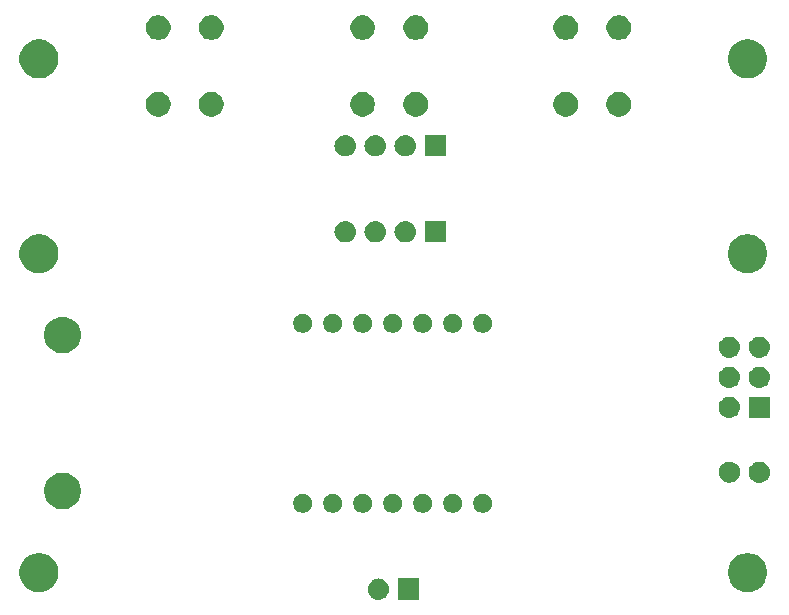
<source format=gbr>
G04 #@! TF.GenerationSoftware,KiCad,Pcbnew,(5.0.2)-1*
G04 #@! TF.CreationDate,2020-01-01T22:46:37+01:00*
G04 #@! TF.ProjectId,clock,636c6f63-6b2e-46b6-9963-61645f706362,rev?*
G04 #@! TF.SameCoordinates,Original*
G04 #@! TF.FileFunction,Soldermask,Bot*
G04 #@! TF.FilePolarity,Negative*
%FSLAX46Y46*%
G04 Gerber Fmt 4.6, Leading zero omitted, Abs format (unit mm)*
G04 Created by KiCad (PCBNEW (5.0.2)-1) date 01/01/2020 22:46:37*
%MOMM*%
%LPD*%
G01*
G04 APERTURE LIST*
%ADD10C,0.100000*%
G04 APERTURE END LIST*
D10*
G36*
X141186000Y-92301000D02*
X139384000Y-92301000D01*
X139384000Y-90499000D01*
X141186000Y-90499000D01*
X141186000Y-92301000D01*
X141186000Y-92301000D01*
G37*
G36*
X137855442Y-90505518D02*
X137921627Y-90512037D01*
X138034853Y-90546384D01*
X138091467Y-90563557D01*
X138230087Y-90637652D01*
X138247991Y-90647222D01*
X138283729Y-90676552D01*
X138385186Y-90759814D01*
X138468448Y-90861271D01*
X138497778Y-90897009D01*
X138497779Y-90897011D01*
X138581443Y-91053533D01*
X138581443Y-91053534D01*
X138632963Y-91223373D01*
X138650359Y-91400000D01*
X138632963Y-91576627D01*
X138610402Y-91651000D01*
X138581443Y-91746467D01*
X138507348Y-91885087D01*
X138497778Y-91902991D01*
X138468448Y-91938729D01*
X138385186Y-92040186D01*
X138283729Y-92123448D01*
X138247991Y-92152778D01*
X138247989Y-92152779D01*
X138091467Y-92236443D01*
X138034853Y-92253616D01*
X137921627Y-92287963D01*
X137855442Y-92294482D01*
X137789260Y-92301000D01*
X137700740Y-92301000D01*
X137634558Y-92294482D01*
X137568373Y-92287963D01*
X137455147Y-92253616D01*
X137398533Y-92236443D01*
X137242011Y-92152779D01*
X137242009Y-92152778D01*
X137206271Y-92123448D01*
X137104814Y-92040186D01*
X137021552Y-91938729D01*
X136992222Y-91902991D01*
X136982652Y-91885087D01*
X136908557Y-91746467D01*
X136879598Y-91651000D01*
X136857037Y-91576627D01*
X136839641Y-91400000D01*
X136857037Y-91223373D01*
X136908557Y-91053534D01*
X136908557Y-91053533D01*
X136992221Y-90897011D01*
X136992222Y-90897009D01*
X137021552Y-90861271D01*
X137104814Y-90759814D01*
X137206271Y-90676552D01*
X137242009Y-90647222D01*
X137259913Y-90637652D01*
X137398533Y-90563557D01*
X137455147Y-90546384D01*
X137568373Y-90512037D01*
X137634558Y-90505518D01*
X137700740Y-90499000D01*
X137789260Y-90499000D01*
X137855442Y-90505518D01*
X137855442Y-90505518D01*
G37*
G36*
X169375256Y-88391298D02*
X169481579Y-88412447D01*
X169782042Y-88536903D01*
X170048852Y-88715180D01*
X170052454Y-88717587D01*
X170282413Y-88947546D01*
X170282415Y-88947549D01*
X170463097Y-89217958D01*
X170587553Y-89518421D01*
X170651000Y-89837391D01*
X170651000Y-90162609D01*
X170587553Y-90481579D01*
X170518942Y-90647221D01*
X170463098Y-90782040D01*
X170282413Y-91052454D01*
X170052454Y-91282413D01*
X170052451Y-91282415D01*
X169782042Y-91463097D01*
X169481579Y-91587553D01*
X169375256Y-91608702D01*
X169162611Y-91651000D01*
X168837389Y-91651000D01*
X168624744Y-91608702D01*
X168518421Y-91587553D01*
X168217958Y-91463097D01*
X167947549Y-91282415D01*
X167947546Y-91282413D01*
X167717587Y-91052454D01*
X167536902Y-90782040D01*
X167481058Y-90647221D01*
X167412447Y-90481579D01*
X167349000Y-90162609D01*
X167349000Y-89837391D01*
X167412447Y-89518421D01*
X167536903Y-89217958D01*
X167717585Y-88947549D01*
X167717587Y-88947546D01*
X167947546Y-88717587D01*
X167951148Y-88715180D01*
X168217958Y-88536903D01*
X168518421Y-88412447D01*
X168624744Y-88391298D01*
X168837389Y-88349000D01*
X169162611Y-88349000D01*
X169375256Y-88391298D01*
X169375256Y-88391298D01*
G37*
G36*
X109375256Y-88391298D02*
X109481579Y-88412447D01*
X109782042Y-88536903D01*
X110048852Y-88715180D01*
X110052454Y-88717587D01*
X110282413Y-88947546D01*
X110282415Y-88947549D01*
X110463097Y-89217958D01*
X110587553Y-89518421D01*
X110651000Y-89837391D01*
X110651000Y-90162609D01*
X110587553Y-90481579D01*
X110518942Y-90647221D01*
X110463098Y-90782040D01*
X110282413Y-91052454D01*
X110052454Y-91282413D01*
X110052451Y-91282415D01*
X109782042Y-91463097D01*
X109481579Y-91587553D01*
X109375256Y-91608702D01*
X109162611Y-91651000D01*
X108837389Y-91651000D01*
X108624744Y-91608702D01*
X108518421Y-91587553D01*
X108217958Y-91463097D01*
X107947549Y-91282415D01*
X107947546Y-91282413D01*
X107717587Y-91052454D01*
X107536902Y-90782040D01*
X107481058Y-90647221D01*
X107412447Y-90481579D01*
X107349000Y-90162609D01*
X107349000Y-89837391D01*
X107412447Y-89518421D01*
X107536903Y-89217958D01*
X107717585Y-88947549D01*
X107717587Y-88947546D01*
X107947546Y-88717587D01*
X107951148Y-88715180D01*
X108217958Y-88536903D01*
X108518421Y-88412447D01*
X108624744Y-88391298D01*
X108837389Y-88349000D01*
X109162611Y-88349000D01*
X109375256Y-88391298D01*
X109375256Y-88391298D01*
G37*
G36*
X144282142Y-83338242D02*
X144430102Y-83399530D01*
X144563258Y-83488502D01*
X144676498Y-83601742D01*
X144765470Y-83734898D01*
X144826758Y-83882858D01*
X144858000Y-84039925D01*
X144858000Y-84200075D01*
X144826758Y-84357142D01*
X144765470Y-84505102D01*
X144676498Y-84638258D01*
X144563258Y-84751498D01*
X144430102Y-84840470D01*
X144282142Y-84901758D01*
X144125075Y-84933000D01*
X143964925Y-84933000D01*
X143807858Y-84901758D01*
X143659898Y-84840470D01*
X143526742Y-84751498D01*
X143413502Y-84638258D01*
X143324530Y-84505102D01*
X143263242Y-84357142D01*
X143232000Y-84200075D01*
X143232000Y-84039925D01*
X143263242Y-83882858D01*
X143324530Y-83734898D01*
X143413502Y-83601742D01*
X143526742Y-83488502D01*
X143659898Y-83399530D01*
X143807858Y-83338242D01*
X143964925Y-83307000D01*
X144125075Y-83307000D01*
X144282142Y-83338242D01*
X144282142Y-83338242D01*
G37*
G36*
X131582142Y-83338242D02*
X131730102Y-83399530D01*
X131863258Y-83488502D01*
X131976498Y-83601742D01*
X132065470Y-83734898D01*
X132126758Y-83882858D01*
X132158000Y-84039925D01*
X132158000Y-84200075D01*
X132126758Y-84357142D01*
X132065470Y-84505102D01*
X131976498Y-84638258D01*
X131863258Y-84751498D01*
X131730102Y-84840470D01*
X131582142Y-84901758D01*
X131425075Y-84933000D01*
X131264925Y-84933000D01*
X131107858Y-84901758D01*
X130959898Y-84840470D01*
X130826742Y-84751498D01*
X130713502Y-84638258D01*
X130624530Y-84505102D01*
X130563242Y-84357142D01*
X130532000Y-84200075D01*
X130532000Y-84039925D01*
X130563242Y-83882858D01*
X130624530Y-83734898D01*
X130713502Y-83601742D01*
X130826742Y-83488502D01*
X130959898Y-83399530D01*
X131107858Y-83338242D01*
X131264925Y-83307000D01*
X131425075Y-83307000D01*
X131582142Y-83338242D01*
X131582142Y-83338242D01*
G37*
G36*
X134122142Y-83338242D02*
X134270102Y-83399530D01*
X134403258Y-83488502D01*
X134516498Y-83601742D01*
X134605470Y-83734898D01*
X134666758Y-83882858D01*
X134698000Y-84039925D01*
X134698000Y-84200075D01*
X134666758Y-84357142D01*
X134605470Y-84505102D01*
X134516498Y-84638258D01*
X134403258Y-84751498D01*
X134270102Y-84840470D01*
X134122142Y-84901758D01*
X133965075Y-84933000D01*
X133804925Y-84933000D01*
X133647858Y-84901758D01*
X133499898Y-84840470D01*
X133366742Y-84751498D01*
X133253502Y-84638258D01*
X133164530Y-84505102D01*
X133103242Y-84357142D01*
X133072000Y-84200075D01*
X133072000Y-84039925D01*
X133103242Y-83882858D01*
X133164530Y-83734898D01*
X133253502Y-83601742D01*
X133366742Y-83488502D01*
X133499898Y-83399530D01*
X133647858Y-83338242D01*
X133804925Y-83307000D01*
X133965075Y-83307000D01*
X134122142Y-83338242D01*
X134122142Y-83338242D01*
G37*
G36*
X136662142Y-83338242D02*
X136810102Y-83399530D01*
X136943258Y-83488502D01*
X137056498Y-83601742D01*
X137145470Y-83734898D01*
X137206758Y-83882858D01*
X137238000Y-84039925D01*
X137238000Y-84200075D01*
X137206758Y-84357142D01*
X137145470Y-84505102D01*
X137056498Y-84638258D01*
X136943258Y-84751498D01*
X136810102Y-84840470D01*
X136662142Y-84901758D01*
X136505075Y-84933000D01*
X136344925Y-84933000D01*
X136187858Y-84901758D01*
X136039898Y-84840470D01*
X135906742Y-84751498D01*
X135793502Y-84638258D01*
X135704530Y-84505102D01*
X135643242Y-84357142D01*
X135612000Y-84200075D01*
X135612000Y-84039925D01*
X135643242Y-83882858D01*
X135704530Y-83734898D01*
X135793502Y-83601742D01*
X135906742Y-83488502D01*
X136039898Y-83399530D01*
X136187858Y-83338242D01*
X136344925Y-83307000D01*
X136505075Y-83307000D01*
X136662142Y-83338242D01*
X136662142Y-83338242D01*
G37*
G36*
X139202142Y-83338242D02*
X139350102Y-83399530D01*
X139483258Y-83488502D01*
X139596498Y-83601742D01*
X139685470Y-83734898D01*
X139746758Y-83882858D01*
X139778000Y-84039925D01*
X139778000Y-84200075D01*
X139746758Y-84357142D01*
X139685470Y-84505102D01*
X139596498Y-84638258D01*
X139483258Y-84751498D01*
X139350102Y-84840470D01*
X139202142Y-84901758D01*
X139045075Y-84933000D01*
X138884925Y-84933000D01*
X138727858Y-84901758D01*
X138579898Y-84840470D01*
X138446742Y-84751498D01*
X138333502Y-84638258D01*
X138244530Y-84505102D01*
X138183242Y-84357142D01*
X138152000Y-84200075D01*
X138152000Y-84039925D01*
X138183242Y-83882858D01*
X138244530Y-83734898D01*
X138333502Y-83601742D01*
X138446742Y-83488502D01*
X138579898Y-83399530D01*
X138727858Y-83338242D01*
X138884925Y-83307000D01*
X139045075Y-83307000D01*
X139202142Y-83338242D01*
X139202142Y-83338242D01*
G37*
G36*
X141742142Y-83338242D02*
X141890102Y-83399530D01*
X142023258Y-83488502D01*
X142136498Y-83601742D01*
X142225470Y-83734898D01*
X142286758Y-83882858D01*
X142318000Y-84039925D01*
X142318000Y-84200075D01*
X142286758Y-84357142D01*
X142225470Y-84505102D01*
X142136498Y-84638258D01*
X142023258Y-84751498D01*
X141890102Y-84840470D01*
X141742142Y-84901758D01*
X141585075Y-84933000D01*
X141424925Y-84933000D01*
X141267858Y-84901758D01*
X141119898Y-84840470D01*
X140986742Y-84751498D01*
X140873502Y-84638258D01*
X140784530Y-84505102D01*
X140723242Y-84357142D01*
X140692000Y-84200075D01*
X140692000Y-84039925D01*
X140723242Y-83882858D01*
X140784530Y-83734898D01*
X140873502Y-83601742D01*
X140986742Y-83488502D01*
X141119898Y-83399530D01*
X141267858Y-83338242D01*
X141424925Y-83307000D01*
X141585075Y-83307000D01*
X141742142Y-83338242D01*
X141742142Y-83338242D01*
G37*
G36*
X146822142Y-83338242D02*
X146970102Y-83399530D01*
X147103258Y-83488502D01*
X147216498Y-83601742D01*
X147305470Y-83734898D01*
X147366758Y-83882858D01*
X147398000Y-84039925D01*
X147398000Y-84200075D01*
X147366758Y-84357142D01*
X147305470Y-84505102D01*
X147216498Y-84638258D01*
X147103258Y-84751498D01*
X146970102Y-84840470D01*
X146822142Y-84901758D01*
X146665075Y-84933000D01*
X146504925Y-84933000D01*
X146347858Y-84901758D01*
X146199898Y-84840470D01*
X146066742Y-84751498D01*
X145953502Y-84638258D01*
X145864530Y-84505102D01*
X145803242Y-84357142D01*
X145772000Y-84200075D01*
X145772000Y-84039925D01*
X145803242Y-83882858D01*
X145864530Y-83734898D01*
X145953502Y-83601742D01*
X146066742Y-83488502D01*
X146199898Y-83399530D01*
X146347858Y-83338242D01*
X146504925Y-83307000D01*
X146665075Y-83307000D01*
X146822142Y-83338242D01*
X146822142Y-83338242D01*
G37*
G36*
X111352527Y-81588736D02*
X111452410Y-81608604D01*
X111734674Y-81725521D01*
X111988705Y-81895259D01*
X112204741Y-82111295D01*
X112374479Y-82365326D01*
X112491396Y-82647590D01*
X112491396Y-82647591D01*
X112551000Y-82947238D01*
X112551000Y-83252762D01*
X112521806Y-83399529D01*
X112491396Y-83552410D01*
X112374479Y-83834674D01*
X112204741Y-84088705D01*
X111988705Y-84304741D01*
X111734674Y-84474479D01*
X111452410Y-84591396D01*
X111352527Y-84611264D01*
X111152762Y-84651000D01*
X110847238Y-84651000D01*
X110647473Y-84611264D01*
X110547590Y-84591396D01*
X110265326Y-84474479D01*
X110011295Y-84304741D01*
X109795259Y-84088705D01*
X109625521Y-83834674D01*
X109508604Y-83552410D01*
X109478194Y-83399529D01*
X109449000Y-83252762D01*
X109449000Y-82947238D01*
X109508604Y-82647591D01*
X109508604Y-82647590D01*
X109625521Y-82365326D01*
X109795259Y-82111295D01*
X110011295Y-81895259D01*
X110265326Y-81725521D01*
X110547590Y-81608604D01*
X110647473Y-81588736D01*
X110847238Y-81549000D01*
X111152762Y-81549000D01*
X111352527Y-81588736D01*
X111352527Y-81588736D01*
G37*
G36*
X170110443Y-80605519D02*
X170176627Y-80612037D01*
X170289853Y-80646384D01*
X170346467Y-80663557D01*
X170485087Y-80737652D01*
X170502991Y-80747222D01*
X170538729Y-80776552D01*
X170640186Y-80859814D01*
X170723448Y-80961271D01*
X170752778Y-80997009D01*
X170752779Y-80997011D01*
X170836443Y-81153533D01*
X170836443Y-81153534D01*
X170887963Y-81323373D01*
X170905359Y-81500000D01*
X170887963Y-81676627D01*
X170873131Y-81725521D01*
X170836443Y-81846467D01*
X170810361Y-81895262D01*
X170752778Y-82002991D01*
X170723448Y-82038729D01*
X170640186Y-82140186D01*
X170567480Y-82199853D01*
X170502991Y-82252778D01*
X170502989Y-82252779D01*
X170346467Y-82336443D01*
X170289853Y-82353616D01*
X170176627Y-82387963D01*
X170110442Y-82394482D01*
X170044260Y-82401000D01*
X169955740Y-82401000D01*
X169889558Y-82394482D01*
X169823373Y-82387963D01*
X169710147Y-82353616D01*
X169653533Y-82336443D01*
X169497011Y-82252779D01*
X169497009Y-82252778D01*
X169432520Y-82199853D01*
X169359814Y-82140186D01*
X169276552Y-82038729D01*
X169247222Y-82002991D01*
X169189639Y-81895262D01*
X169163557Y-81846467D01*
X169126869Y-81725521D01*
X169112037Y-81676627D01*
X169094641Y-81500000D01*
X169112037Y-81323373D01*
X169163557Y-81153534D01*
X169163557Y-81153533D01*
X169247221Y-80997011D01*
X169247222Y-80997009D01*
X169276552Y-80961271D01*
X169359814Y-80859814D01*
X169461271Y-80776552D01*
X169497009Y-80747222D01*
X169514913Y-80737652D01*
X169653533Y-80663557D01*
X169710147Y-80646384D01*
X169823373Y-80612037D01*
X169889557Y-80605519D01*
X169955740Y-80599000D01*
X170044260Y-80599000D01*
X170110443Y-80605519D01*
X170110443Y-80605519D01*
G37*
G36*
X167722812Y-80633624D02*
X167886784Y-80701544D01*
X168034354Y-80800147D01*
X168159853Y-80925646D01*
X168258456Y-81073216D01*
X168326376Y-81237188D01*
X168361000Y-81411259D01*
X168361000Y-81588741D01*
X168326376Y-81762812D01*
X168258456Y-81926784D01*
X168159853Y-82074354D01*
X168034354Y-82199853D01*
X167886784Y-82298456D01*
X167722812Y-82366376D01*
X167548741Y-82401000D01*
X167371259Y-82401000D01*
X167197188Y-82366376D01*
X167033216Y-82298456D01*
X166885646Y-82199853D01*
X166760147Y-82074354D01*
X166661544Y-81926784D01*
X166593624Y-81762812D01*
X166559000Y-81588741D01*
X166559000Y-81411259D01*
X166593624Y-81237188D01*
X166661544Y-81073216D01*
X166760147Y-80925646D01*
X166885646Y-80800147D01*
X167033216Y-80701544D01*
X167197188Y-80633624D01*
X167371259Y-80599000D01*
X167548741Y-80599000D01*
X167722812Y-80633624D01*
X167722812Y-80633624D01*
G37*
G36*
X167570442Y-75105518D02*
X167636627Y-75112037D01*
X167749853Y-75146384D01*
X167806467Y-75163557D01*
X167945087Y-75237652D01*
X167962991Y-75247222D01*
X167998729Y-75276552D01*
X168100186Y-75359814D01*
X168183448Y-75461271D01*
X168212778Y-75497009D01*
X168212779Y-75497011D01*
X168296443Y-75653533D01*
X168296443Y-75653534D01*
X168347963Y-75823373D01*
X168365359Y-76000000D01*
X168347963Y-76176627D01*
X168313616Y-76289853D01*
X168296443Y-76346467D01*
X168222348Y-76485087D01*
X168212778Y-76502991D01*
X168183448Y-76538729D01*
X168100186Y-76640186D01*
X167998729Y-76723448D01*
X167962991Y-76752778D01*
X167962989Y-76752779D01*
X167806467Y-76836443D01*
X167749853Y-76853616D01*
X167636627Y-76887963D01*
X167570442Y-76894482D01*
X167504260Y-76901000D01*
X167415740Y-76901000D01*
X167349558Y-76894482D01*
X167283373Y-76887963D01*
X167170147Y-76853616D01*
X167113533Y-76836443D01*
X166957011Y-76752779D01*
X166957009Y-76752778D01*
X166921271Y-76723448D01*
X166819814Y-76640186D01*
X166736552Y-76538729D01*
X166707222Y-76502991D01*
X166697652Y-76485087D01*
X166623557Y-76346467D01*
X166606384Y-76289853D01*
X166572037Y-76176627D01*
X166554641Y-76000000D01*
X166572037Y-75823373D01*
X166623557Y-75653534D01*
X166623557Y-75653533D01*
X166707221Y-75497011D01*
X166707222Y-75497009D01*
X166736552Y-75461271D01*
X166819814Y-75359814D01*
X166921271Y-75276552D01*
X166957009Y-75247222D01*
X166974913Y-75237652D01*
X167113533Y-75163557D01*
X167170147Y-75146384D01*
X167283373Y-75112037D01*
X167349558Y-75105518D01*
X167415740Y-75099000D01*
X167504260Y-75099000D01*
X167570442Y-75105518D01*
X167570442Y-75105518D01*
G37*
G36*
X170901000Y-76901000D02*
X169099000Y-76901000D01*
X169099000Y-75099000D01*
X170901000Y-75099000D01*
X170901000Y-76901000D01*
X170901000Y-76901000D01*
G37*
G36*
X167570443Y-72565519D02*
X167636627Y-72572037D01*
X167749853Y-72606384D01*
X167806467Y-72623557D01*
X167945087Y-72697652D01*
X167962991Y-72707222D01*
X167998729Y-72736552D01*
X168100186Y-72819814D01*
X168183448Y-72921271D01*
X168212778Y-72957009D01*
X168212779Y-72957011D01*
X168296443Y-73113533D01*
X168296443Y-73113534D01*
X168347963Y-73283373D01*
X168365359Y-73460000D01*
X168347963Y-73636627D01*
X168313616Y-73749853D01*
X168296443Y-73806467D01*
X168222348Y-73945087D01*
X168212778Y-73962991D01*
X168183448Y-73998729D01*
X168100186Y-74100186D01*
X167998729Y-74183448D01*
X167962991Y-74212778D01*
X167962989Y-74212779D01*
X167806467Y-74296443D01*
X167749853Y-74313616D01*
X167636627Y-74347963D01*
X167570442Y-74354482D01*
X167504260Y-74361000D01*
X167415740Y-74361000D01*
X167349558Y-74354482D01*
X167283373Y-74347963D01*
X167170147Y-74313616D01*
X167113533Y-74296443D01*
X166957011Y-74212779D01*
X166957009Y-74212778D01*
X166921271Y-74183448D01*
X166819814Y-74100186D01*
X166736552Y-73998729D01*
X166707222Y-73962991D01*
X166697652Y-73945087D01*
X166623557Y-73806467D01*
X166606384Y-73749853D01*
X166572037Y-73636627D01*
X166554641Y-73460000D01*
X166572037Y-73283373D01*
X166623557Y-73113534D01*
X166623557Y-73113533D01*
X166707221Y-72957011D01*
X166707222Y-72957009D01*
X166736552Y-72921271D01*
X166819814Y-72819814D01*
X166921271Y-72736552D01*
X166957009Y-72707222D01*
X166974913Y-72697652D01*
X167113533Y-72623557D01*
X167170147Y-72606384D01*
X167283373Y-72572037D01*
X167349557Y-72565519D01*
X167415740Y-72559000D01*
X167504260Y-72559000D01*
X167570443Y-72565519D01*
X167570443Y-72565519D01*
G37*
G36*
X170110443Y-72565519D02*
X170176627Y-72572037D01*
X170289853Y-72606384D01*
X170346467Y-72623557D01*
X170485087Y-72697652D01*
X170502991Y-72707222D01*
X170538729Y-72736552D01*
X170640186Y-72819814D01*
X170723448Y-72921271D01*
X170752778Y-72957009D01*
X170752779Y-72957011D01*
X170836443Y-73113533D01*
X170836443Y-73113534D01*
X170887963Y-73283373D01*
X170905359Y-73460000D01*
X170887963Y-73636627D01*
X170853616Y-73749853D01*
X170836443Y-73806467D01*
X170762348Y-73945087D01*
X170752778Y-73962991D01*
X170723448Y-73998729D01*
X170640186Y-74100186D01*
X170538729Y-74183448D01*
X170502991Y-74212778D01*
X170502989Y-74212779D01*
X170346467Y-74296443D01*
X170289853Y-74313616D01*
X170176627Y-74347963D01*
X170110442Y-74354482D01*
X170044260Y-74361000D01*
X169955740Y-74361000D01*
X169889558Y-74354482D01*
X169823373Y-74347963D01*
X169710147Y-74313616D01*
X169653533Y-74296443D01*
X169497011Y-74212779D01*
X169497009Y-74212778D01*
X169461271Y-74183448D01*
X169359814Y-74100186D01*
X169276552Y-73998729D01*
X169247222Y-73962991D01*
X169237652Y-73945087D01*
X169163557Y-73806467D01*
X169146384Y-73749853D01*
X169112037Y-73636627D01*
X169094641Y-73460000D01*
X169112037Y-73283373D01*
X169163557Y-73113534D01*
X169163557Y-73113533D01*
X169247221Y-72957011D01*
X169247222Y-72957009D01*
X169276552Y-72921271D01*
X169359814Y-72819814D01*
X169461271Y-72736552D01*
X169497009Y-72707222D01*
X169514913Y-72697652D01*
X169653533Y-72623557D01*
X169710147Y-72606384D01*
X169823373Y-72572037D01*
X169889557Y-72565519D01*
X169955740Y-72559000D01*
X170044260Y-72559000D01*
X170110443Y-72565519D01*
X170110443Y-72565519D01*
G37*
G36*
X167570442Y-70025518D02*
X167636627Y-70032037D01*
X167704948Y-70052762D01*
X167806467Y-70083557D01*
X167945087Y-70157652D01*
X167962991Y-70167222D01*
X167998729Y-70196552D01*
X168100186Y-70279814D01*
X168159762Y-70352409D01*
X168212778Y-70417009D01*
X168212779Y-70417011D01*
X168296443Y-70573533D01*
X168296443Y-70573534D01*
X168347963Y-70743373D01*
X168365359Y-70920000D01*
X168347963Y-71096627D01*
X168313616Y-71209853D01*
X168296443Y-71266467D01*
X168292160Y-71274479D01*
X168212778Y-71422991D01*
X168189791Y-71451000D01*
X168100186Y-71560186D01*
X167998729Y-71643448D01*
X167962991Y-71672778D01*
X167962989Y-71672779D01*
X167806467Y-71756443D01*
X167749853Y-71773616D01*
X167636627Y-71807963D01*
X167570443Y-71814481D01*
X167504260Y-71821000D01*
X167415740Y-71821000D01*
X167349557Y-71814481D01*
X167283373Y-71807963D01*
X167170147Y-71773616D01*
X167113533Y-71756443D01*
X166957011Y-71672779D01*
X166957009Y-71672778D01*
X166921271Y-71643448D01*
X166819814Y-71560186D01*
X166730209Y-71451000D01*
X166707222Y-71422991D01*
X166627840Y-71274479D01*
X166623557Y-71266467D01*
X166606384Y-71209853D01*
X166572037Y-71096627D01*
X166554641Y-70920000D01*
X166572037Y-70743373D01*
X166623557Y-70573534D01*
X166623557Y-70573533D01*
X166707221Y-70417011D01*
X166707222Y-70417009D01*
X166760238Y-70352409D01*
X166819814Y-70279814D01*
X166921271Y-70196552D01*
X166957009Y-70167222D01*
X166974913Y-70157652D01*
X167113533Y-70083557D01*
X167215052Y-70052762D01*
X167283373Y-70032037D01*
X167349558Y-70025518D01*
X167415740Y-70019000D01*
X167504260Y-70019000D01*
X167570442Y-70025518D01*
X167570442Y-70025518D01*
G37*
G36*
X170110442Y-70025518D02*
X170176627Y-70032037D01*
X170244948Y-70052762D01*
X170346467Y-70083557D01*
X170485087Y-70157652D01*
X170502991Y-70167222D01*
X170538729Y-70196552D01*
X170640186Y-70279814D01*
X170699762Y-70352409D01*
X170752778Y-70417009D01*
X170752779Y-70417011D01*
X170836443Y-70573533D01*
X170836443Y-70573534D01*
X170887963Y-70743373D01*
X170905359Y-70920000D01*
X170887963Y-71096627D01*
X170853616Y-71209853D01*
X170836443Y-71266467D01*
X170832160Y-71274479D01*
X170752778Y-71422991D01*
X170729791Y-71451000D01*
X170640186Y-71560186D01*
X170538729Y-71643448D01*
X170502991Y-71672778D01*
X170502989Y-71672779D01*
X170346467Y-71756443D01*
X170289853Y-71773616D01*
X170176627Y-71807963D01*
X170110443Y-71814481D01*
X170044260Y-71821000D01*
X169955740Y-71821000D01*
X169889557Y-71814481D01*
X169823373Y-71807963D01*
X169710147Y-71773616D01*
X169653533Y-71756443D01*
X169497011Y-71672779D01*
X169497009Y-71672778D01*
X169461271Y-71643448D01*
X169359814Y-71560186D01*
X169270209Y-71451000D01*
X169247222Y-71422991D01*
X169167840Y-71274479D01*
X169163557Y-71266467D01*
X169146384Y-71209853D01*
X169112037Y-71096627D01*
X169094641Y-70920000D01*
X169112037Y-70743373D01*
X169163557Y-70573534D01*
X169163557Y-70573533D01*
X169247221Y-70417011D01*
X169247222Y-70417009D01*
X169300238Y-70352409D01*
X169359814Y-70279814D01*
X169461271Y-70196552D01*
X169497009Y-70167222D01*
X169514913Y-70157652D01*
X169653533Y-70083557D01*
X169755052Y-70052762D01*
X169823373Y-70032037D01*
X169889558Y-70025518D01*
X169955740Y-70019000D01*
X170044260Y-70019000D01*
X170110442Y-70025518D01*
X170110442Y-70025518D01*
G37*
G36*
X111352527Y-68388736D02*
X111452410Y-68408604D01*
X111734674Y-68525521D01*
X111988705Y-68695259D01*
X112204741Y-68911295D01*
X112374479Y-69165326D01*
X112470962Y-69398258D01*
X112491396Y-69447591D01*
X112533997Y-69661757D01*
X112551000Y-69747240D01*
X112551000Y-70052760D01*
X112491396Y-70352410D01*
X112374479Y-70634674D01*
X112204741Y-70888705D01*
X111988705Y-71104741D01*
X111734674Y-71274479D01*
X111452410Y-71391396D01*
X111352527Y-71411264D01*
X111152762Y-71451000D01*
X110847238Y-71451000D01*
X110647473Y-71411264D01*
X110547590Y-71391396D01*
X110265326Y-71274479D01*
X110011295Y-71104741D01*
X109795259Y-70888705D01*
X109625521Y-70634674D01*
X109508604Y-70352410D01*
X109449000Y-70052760D01*
X109449000Y-69747240D01*
X109466004Y-69661757D01*
X109508604Y-69447591D01*
X109529038Y-69398258D01*
X109625521Y-69165326D01*
X109795259Y-68911295D01*
X110011295Y-68695259D01*
X110265326Y-68525521D01*
X110547590Y-68408604D01*
X110647473Y-68388736D01*
X110847238Y-68349000D01*
X111152762Y-68349000D01*
X111352527Y-68388736D01*
X111352527Y-68388736D01*
G37*
G36*
X131582142Y-68098242D02*
X131730102Y-68159530D01*
X131863258Y-68248502D01*
X131976498Y-68361742D01*
X132065470Y-68494898D01*
X132126758Y-68642858D01*
X132158000Y-68799925D01*
X132158000Y-68960075D01*
X132126758Y-69117142D01*
X132065470Y-69265102D01*
X131976498Y-69398258D01*
X131863258Y-69511498D01*
X131730102Y-69600470D01*
X131582142Y-69661758D01*
X131425075Y-69693000D01*
X131264925Y-69693000D01*
X131107858Y-69661758D01*
X130959898Y-69600470D01*
X130826742Y-69511498D01*
X130713502Y-69398258D01*
X130624530Y-69265102D01*
X130563242Y-69117142D01*
X130532000Y-68960075D01*
X130532000Y-68799925D01*
X130563242Y-68642858D01*
X130624530Y-68494898D01*
X130713502Y-68361742D01*
X130826742Y-68248502D01*
X130959898Y-68159530D01*
X131107858Y-68098242D01*
X131264925Y-68067000D01*
X131425075Y-68067000D01*
X131582142Y-68098242D01*
X131582142Y-68098242D01*
G37*
G36*
X134122142Y-68098242D02*
X134270102Y-68159530D01*
X134403258Y-68248502D01*
X134516498Y-68361742D01*
X134605470Y-68494898D01*
X134666758Y-68642858D01*
X134698000Y-68799925D01*
X134698000Y-68960075D01*
X134666758Y-69117142D01*
X134605470Y-69265102D01*
X134516498Y-69398258D01*
X134403258Y-69511498D01*
X134270102Y-69600470D01*
X134122142Y-69661758D01*
X133965075Y-69693000D01*
X133804925Y-69693000D01*
X133647858Y-69661758D01*
X133499898Y-69600470D01*
X133366742Y-69511498D01*
X133253502Y-69398258D01*
X133164530Y-69265102D01*
X133103242Y-69117142D01*
X133072000Y-68960075D01*
X133072000Y-68799925D01*
X133103242Y-68642858D01*
X133164530Y-68494898D01*
X133253502Y-68361742D01*
X133366742Y-68248502D01*
X133499898Y-68159530D01*
X133647858Y-68098242D01*
X133804925Y-68067000D01*
X133965075Y-68067000D01*
X134122142Y-68098242D01*
X134122142Y-68098242D01*
G37*
G36*
X146822142Y-68098242D02*
X146970102Y-68159530D01*
X147103258Y-68248502D01*
X147216498Y-68361742D01*
X147305470Y-68494898D01*
X147366758Y-68642858D01*
X147398000Y-68799925D01*
X147398000Y-68960075D01*
X147366758Y-69117142D01*
X147305470Y-69265102D01*
X147216498Y-69398258D01*
X147103258Y-69511498D01*
X146970102Y-69600470D01*
X146822142Y-69661758D01*
X146665075Y-69693000D01*
X146504925Y-69693000D01*
X146347858Y-69661758D01*
X146199898Y-69600470D01*
X146066742Y-69511498D01*
X145953502Y-69398258D01*
X145864530Y-69265102D01*
X145803242Y-69117142D01*
X145772000Y-68960075D01*
X145772000Y-68799925D01*
X145803242Y-68642858D01*
X145864530Y-68494898D01*
X145953502Y-68361742D01*
X146066742Y-68248502D01*
X146199898Y-68159530D01*
X146347858Y-68098242D01*
X146504925Y-68067000D01*
X146665075Y-68067000D01*
X146822142Y-68098242D01*
X146822142Y-68098242D01*
G37*
G36*
X141742142Y-68098242D02*
X141890102Y-68159530D01*
X142023258Y-68248502D01*
X142136498Y-68361742D01*
X142225470Y-68494898D01*
X142286758Y-68642858D01*
X142318000Y-68799925D01*
X142318000Y-68960075D01*
X142286758Y-69117142D01*
X142225470Y-69265102D01*
X142136498Y-69398258D01*
X142023258Y-69511498D01*
X141890102Y-69600470D01*
X141742142Y-69661758D01*
X141585075Y-69693000D01*
X141424925Y-69693000D01*
X141267858Y-69661758D01*
X141119898Y-69600470D01*
X140986742Y-69511498D01*
X140873502Y-69398258D01*
X140784530Y-69265102D01*
X140723242Y-69117142D01*
X140692000Y-68960075D01*
X140692000Y-68799925D01*
X140723242Y-68642858D01*
X140784530Y-68494898D01*
X140873502Y-68361742D01*
X140986742Y-68248502D01*
X141119898Y-68159530D01*
X141267858Y-68098242D01*
X141424925Y-68067000D01*
X141585075Y-68067000D01*
X141742142Y-68098242D01*
X141742142Y-68098242D01*
G37*
G36*
X139202142Y-68098242D02*
X139350102Y-68159530D01*
X139483258Y-68248502D01*
X139596498Y-68361742D01*
X139685470Y-68494898D01*
X139746758Y-68642858D01*
X139778000Y-68799925D01*
X139778000Y-68960075D01*
X139746758Y-69117142D01*
X139685470Y-69265102D01*
X139596498Y-69398258D01*
X139483258Y-69511498D01*
X139350102Y-69600470D01*
X139202142Y-69661758D01*
X139045075Y-69693000D01*
X138884925Y-69693000D01*
X138727858Y-69661758D01*
X138579898Y-69600470D01*
X138446742Y-69511498D01*
X138333502Y-69398258D01*
X138244530Y-69265102D01*
X138183242Y-69117142D01*
X138152000Y-68960075D01*
X138152000Y-68799925D01*
X138183242Y-68642858D01*
X138244530Y-68494898D01*
X138333502Y-68361742D01*
X138446742Y-68248502D01*
X138579898Y-68159530D01*
X138727858Y-68098242D01*
X138884925Y-68067000D01*
X139045075Y-68067000D01*
X139202142Y-68098242D01*
X139202142Y-68098242D01*
G37*
G36*
X136662142Y-68098242D02*
X136810102Y-68159530D01*
X136943258Y-68248502D01*
X137056498Y-68361742D01*
X137145470Y-68494898D01*
X137206758Y-68642858D01*
X137238000Y-68799925D01*
X137238000Y-68960075D01*
X137206758Y-69117142D01*
X137145470Y-69265102D01*
X137056498Y-69398258D01*
X136943258Y-69511498D01*
X136810102Y-69600470D01*
X136662142Y-69661758D01*
X136505075Y-69693000D01*
X136344925Y-69693000D01*
X136187858Y-69661758D01*
X136039898Y-69600470D01*
X135906742Y-69511498D01*
X135793502Y-69398258D01*
X135704530Y-69265102D01*
X135643242Y-69117142D01*
X135612000Y-68960075D01*
X135612000Y-68799925D01*
X135643242Y-68642858D01*
X135704530Y-68494898D01*
X135793502Y-68361742D01*
X135906742Y-68248502D01*
X136039898Y-68159530D01*
X136187858Y-68098242D01*
X136344925Y-68067000D01*
X136505075Y-68067000D01*
X136662142Y-68098242D01*
X136662142Y-68098242D01*
G37*
G36*
X144282142Y-68098242D02*
X144430102Y-68159530D01*
X144563258Y-68248502D01*
X144676498Y-68361742D01*
X144765470Y-68494898D01*
X144826758Y-68642858D01*
X144858000Y-68799925D01*
X144858000Y-68960075D01*
X144826758Y-69117142D01*
X144765470Y-69265102D01*
X144676498Y-69398258D01*
X144563258Y-69511498D01*
X144430102Y-69600470D01*
X144282142Y-69661758D01*
X144125075Y-69693000D01*
X143964925Y-69693000D01*
X143807858Y-69661758D01*
X143659898Y-69600470D01*
X143526742Y-69511498D01*
X143413502Y-69398258D01*
X143324530Y-69265102D01*
X143263242Y-69117142D01*
X143232000Y-68960075D01*
X143232000Y-68799925D01*
X143263242Y-68642858D01*
X143324530Y-68494898D01*
X143413502Y-68361742D01*
X143526742Y-68248502D01*
X143659898Y-68159530D01*
X143807858Y-68098242D01*
X143964925Y-68067000D01*
X144125075Y-68067000D01*
X144282142Y-68098242D01*
X144282142Y-68098242D01*
G37*
G36*
X169375256Y-61391298D02*
X169481579Y-61412447D01*
X169782042Y-61536903D01*
X170048852Y-61715180D01*
X170052454Y-61717587D01*
X170282413Y-61947546D01*
X170463098Y-62217960D01*
X170587553Y-62518422D01*
X170651000Y-62837389D01*
X170651000Y-63162611D01*
X170587553Y-63481578D01*
X170463098Y-63782040D01*
X170282413Y-64052454D01*
X170052454Y-64282413D01*
X170052451Y-64282415D01*
X169782042Y-64463097D01*
X169481579Y-64587553D01*
X169375256Y-64608702D01*
X169162611Y-64651000D01*
X168837389Y-64651000D01*
X168624744Y-64608702D01*
X168518421Y-64587553D01*
X168217958Y-64463097D01*
X167947549Y-64282415D01*
X167947546Y-64282413D01*
X167717587Y-64052454D01*
X167536902Y-63782040D01*
X167412447Y-63481578D01*
X167349000Y-63162611D01*
X167349000Y-62837389D01*
X167412447Y-62518422D01*
X167536902Y-62217960D01*
X167717587Y-61947546D01*
X167947546Y-61717587D01*
X167951148Y-61715180D01*
X168217958Y-61536903D01*
X168518421Y-61412447D01*
X168624744Y-61391298D01*
X168837389Y-61349000D01*
X169162611Y-61349000D01*
X169375256Y-61391298D01*
X169375256Y-61391298D01*
G37*
G36*
X109375256Y-61391298D02*
X109481579Y-61412447D01*
X109782042Y-61536903D01*
X110048852Y-61715180D01*
X110052454Y-61717587D01*
X110282413Y-61947546D01*
X110463098Y-62217960D01*
X110587553Y-62518422D01*
X110651000Y-62837389D01*
X110651000Y-63162611D01*
X110587553Y-63481578D01*
X110463098Y-63782040D01*
X110282413Y-64052454D01*
X110052454Y-64282413D01*
X110052451Y-64282415D01*
X109782042Y-64463097D01*
X109481579Y-64587553D01*
X109375256Y-64608702D01*
X109162611Y-64651000D01*
X108837389Y-64651000D01*
X108624744Y-64608702D01*
X108518421Y-64587553D01*
X108217958Y-64463097D01*
X107947549Y-64282415D01*
X107947546Y-64282413D01*
X107717587Y-64052454D01*
X107536902Y-63782040D01*
X107412447Y-63481578D01*
X107349000Y-63162611D01*
X107349000Y-62837389D01*
X107412447Y-62518422D01*
X107536902Y-62217960D01*
X107717587Y-61947546D01*
X107947546Y-61717587D01*
X107951148Y-61715180D01*
X108217958Y-61536903D01*
X108518421Y-61412447D01*
X108624744Y-61391298D01*
X108837389Y-61349000D01*
X109162611Y-61349000D01*
X109375256Y-61391298D01*
X109375256Y-61391298D01*
G37*
G36*
X143451000Y-62051000D02*
X141649000Y-62051000D01*
X141649000Y-60249000D01*
X143451000Y-60249000D01*
X143451000Y-62051000D01*
X143451000Y-62051000D01*
G37*
G36*
X137580442Y-60255518D02*
X137646627Y-60262037D01*
X137759853Y-60296384D01*
X137816467Y-60313557D01*
X137955087Y-60387652D01*
X137972991Y-60397222D01*
X138008729Y-60426552D01*
X138110186Y-60509814D01*
X138193448Y-60611271D01*
X138222778Y-60647009D01*
X138222779Y-60647011D01*
X138306443Y-60803533D01*
X138306443Y-60803534D01*
X138357963Y-60973373D01*
X138375359Y-61150000D01*
X138357963Y-61326627D01*
X138351176Y-61349000D01*
X138306443Y-61496467D01*
X138284829Y-61536903D01*
X138222778Y-61652991D01*
X138193448Y-61688729D01*
X138110186Y-61790186D01*
X138008729Y-61873448D01*
X137972991Y-61902778D01*
X137972989Y-61902779D01*
X137816467Y-61986443D01*
X137759853Y-62003616D01*
X137646627Y-62037963D01*
X137580443Y-62044481D01*
X137514260Y-62051000D01*
X137425740Y-62051000D01*
X137359557Y-62044481D01*
X137293373Y-62037963D01*
X137180147Y-62003616D01*
X137123533Y-61986443D01*
X136967011Y-61902779D01*
X136967009Y-61902778D01*
X136931271Y-61873448D01*
X136829814Y-61790186D01*
X136746552Y-61688729D01*
X136717222Y-61652991D01*
X136655171Y-61536903D01*
X136633557Y-61496467D01*
X136588824Y-61349000D01*
X136582037Y-61326627D01*
X136564641Y-61150000D01*
X136582037Y-60973373D01*
X136633557Y-60803534D01*
X136633557Y-60803533D01*
X136717221Y-60647011D01*
X136717222Y-60647009D01*
X136746552Y-60611271D01*
X136829814Y-60509814D01*
X136931271Y-60426552D01*
X136967009Y-60397222D01*
X136984913Y-60387652D01*
X137123533Y-60313557D01*
X137180147Y-60296384D01*
X137293373Y-60262037D01*
X137359558Y-60255518D01*
X137425740Y-60249000D01*
X137514260Y-60249000D01*
X137580442Y-60255518D01*
X137580442Y-60255518D01*
G37*
G36*
X135040442Y-60255518D02*
X135106627Y-60262037D01*
X135219853Y-60296384D01*
X135276467Y-60313557D01*
X135415087Y-60387652D01*
X135432991Y-60397222D01*
X135468729Y-60426552D01*
X135570186Y-60509814D01*
X135653448Y-60611271D01*
X135682778Y-60647009D01*
X135682779Y-60647011D01*
X135766443Y-60803533D01*
X135766443Y-60803534D01*
X135817963Y-60973373D01*
X135835359Y-61150000D01*
X135817963Y-61326627D01*
X135811176Y-61349000D01*
X135766443Y-61496467D01*
X135744829Y-61536903D01*
X135682778Y-61652991D01*
X135653448Y-61688729D01*
X135570186Y-61790186D01*
X135468729Y-61873448D01*
X135432991Y-61902778D01*
X135432989Y-61902779D01*
X135276467Y-61986443D01*
X135219853Y-62003616D01*
X135106627Y-62037963D01*
X135040443Y-62044481D01*
X134974260Y-62051000D01*
X134885740Y-62051000D01*
X134819557Y-62044481D01*
X134753373Y-62037963D01*
X134640147Y-62003616D01*
X134583533Y-61986443D01*
X134427011Y-61902779D01*
X134427009Y-61902778D01*
X134391271Y-61873448D01*
X134289814Y-61790186D01*
X134206552Y-61688729D01*
X134177222Y-61652991D01*
X134115171Y-61536903D01*
X134093557Y-61496467D01*
X134048824Y-61349000D01*
X134042037Y-61326627D01*
X134024641Y-61150000D01*
X134042037Y-60973373D01*
X134093557Y-60803534D01*
X134093557Y-60803533D01*
X134177221Y-60647011D01*
X134177222Y-60647009D01*
X134206552Y-60611271D01*
X134289814Y-60509814D01*
X134391271Y-60426552D01*
X134427009Y-60397222D01*
X134444913Y-60387652D01*
X134583533Y-60313557D01*
X134640147Y-60296384D01*
X134753373Y-60262037D01*
X134819558Y-60255518D01*
X134885740Y-60249000D01*
X134974260Y-60249000D01*
X135040442Y-60255518D01*
X135040442Y-60255518D01*
G37*
G36*
X140120442Y-60255518D02*
X140186627Y-60262037D01*
X140299853Y-60296384D01*
X140356467Y-60313557D01*
X140495087Y-60387652D01*
X140512991Y-60397222D01*
X140548729Y-60426552D01*
X140650186Y-60509814D01*
X140733448Y-60611271D01*
X140762778Y-60647009D01*
X140762779Y-60647011D01*
X140846443Y-60803533D01*
X140846443Y-60803534D01*
X140897963Y-60973373D01*
X140915359Y-61150000D01*
X140897963Y-61326627D01*
X140891176Y-61349000D01*
X140846443Y-61496467D01*
X140824829Y-61536903D01*
X140762778Y-61652991D01*
X140733448Y-61688729D01*
X140650186Y-61790186D01*
X140548729Y-61873448D01*
X140512991Y-61902778D01*
X140512989Y-61902779D01*
X140356467Y-61986443D01*
X140299853Y-62003616D01*
X140186627Y-62037963D01*
X140120443Y-62044481D01*
X140054260Y-62051000D01*
X139965740Y-62051000D01*
X139899557Y-62044481D01*
X139833373Y-62037963D01*
X139720147Y-62003616D01*
X139663533Y-61986443D01*
X139507011Y-61902779D01*
X139507009Y-61902778D01*
X139471271Y-61873448D01*
X139369814Y-61790186D01*
X139286552Y-61688729D01*
X139257222Y-61652991D01*
X139195171Y-61536903D01*
X139173557Y-61496467D01*
X139128824Y-61349000D01*
X139122037Y-61326627D01*
X139104641Y-61150000D01*
X139122037Y-60973373D01*
X139173557Y-60803534D01*
X139173557Y-60803533D01*
X139257221Y-60647011D01*
X139257222Y-60647009D01*
X139286552Y-60611271D01*
X139369814Y-60509814D01*
X139471271Y-60426552D01*
X139507009Y-60397222D01*
X139524913Y-60387652D01*
X139663533Y-60313557D01*
X139720147Y-60296384D01*
X139833373Y-60262037D01*
X139899558Y-60255518D01*
X139965740Y-60249000D01*
X140054260Y-60249000D01*
X140120442Y-60255518D01*
X140120442Y-60255518D01*
G37*
G36*
X137580442Y-52955518D02*
X137646627Y-52962037D01*
X137759853Y-52996384D01*
X137816467Y-53013557D01*
X137955087Y-53087652D01*
X137972991Y-53097222D01*
X138008729Y-53126552D01*
X138110186Y-53209814D01*
X138193448Y-53311271D01*
X138222778Y-53347009D01*
X138222779Y-53347011D01*
X138306443Y-53503533D01*
X138306443Y-53503534D01*
X138357963Y-53673373D01*
X138375359Y-53850000D01*
X138357963Y-54026627D01*
X138323616Y-54139853D01*
X138306443Y-54196467D01*
X138232348Y-54335087D01*
X138222778Y-54352991D01*
X138193448Y-54388729D01*
X138110186Y-54490186D01*
X138008729Y-54573448D01*
X137972991Y-54602778D01*
X137972989Y-54602779D01*
X137816467Y-54686443D01*
X137759853Y-54703616D01*
X137646627Y-54737963D01*
X137580442Y-54744482D01*
X137514260Y-54751000D01*
X137425740Y-54751000D01*
X137359558Y-54744482D01*
X137293373Y-54737963D01*
X137180147Y-54703616D01*
X137123533Y-54686443D01*
X136967011Y-54602779D01*
X136967009Y-54602778D01*
X136931271Y-54573448D01*
X136829814Y-54490186D01*
X136746552Y-54388729D01*
X136717222Y-54352991D01*
X136707652Y-54335087D01*
X136633557Y-54196467D01*
X136616384Y-54139853D01*
X136582037Y-54026627D01*
X136564641Y-53850000D01*
X136582037Y-53673373D01*
X136633557Y-53503534D01*
X136633557Y-53503533D01*
X136717221Y-53347011D01*
X136717222Y-53347009D01*
X136746552Y-53311271D01*
X136829814Y-53209814D01*
X136931271Y-53126552D01*
X136967009Y-53097222D01*
X136984913Y-53087652D01*
X137123533Y-53013557D01*
X137180147Y-52996384D01*
X137293373Y-52962037D01*
X137359558Y-52955518D01*
X137425740Y-52949000D01*
X137514260Y-52949000D01*
X137580442Y-52955518D01*
X137580442Y-52955518D01*
G37*
G36*
X135040442Y-52955518D02*
X135106627Y-52962037D01*
X135219853Y-52996384D01*
X135276467Y-53013557D01*
X135415087Y-53087652D01*
X135432991Y-53097222D01*
X135468729Y-53126552D01*
X135570186Y-53209814D01*
X135653448Y-53311271D01*
X135682778Y-53347009D01*
X135682779Y-53347011D01*
X135766443Y-53503533D01*
X135766443Y-53503534D01*
X135817963Y-53673373D01*
X135835359Y-53850000D01*
X135817963Y-54026627D01*
X135783616Y-54139853D01*
X135766443Y-54196467D01*
X135692348Y-54335087D01*
X135682778Y-54352991D01*
X135653448Y-54388729D01*
X135570186Y-54490186D01*
X135468729Y-54573448D01*
X135432991Y-54602778D01*
X135432989Y-54602779D01*
X135276467Y-54686443D01*
X135219853Y-54703616D01*
X135106627Y-54737963D01*
X135040442Y-54744482D01*
X134974260Y-54751000D01*
X134885740Y-54751000D01*
X134819558Y-54744482D01*
X134753373Y-54737963D01*
X134640147Y-54703616D01*
X134583533Y-54686443D01*
X134427011Y-54602779D01*
X134427009Y-54602778D01*
X134391271Y-54573448D01*
X134289814Y-54490186D01*
X134206552Y-54388729D01*
X134177222Y-54352991D01*
X134167652Y-54335087D01*
X134093557Y-54196467D01*
X134076384Y-54139853D01*
X134042037Y-54026627D01*
X134024641Y-53850000D01*
X134042037Y-53673373D01*
X134093557Y-53503534D01*
X134093557Y-53503533D01*
X134177221Y-53347011D01*
X134177222Y-53347009D01*
X134206552Y-53311271D01*
X134289814Y-53209814D01*
X134391271Y-53126552D01*
X134427009Y-53097222D01*
X134444913Y-53087652D01*
X134583533Y-53013557D01*
X134640147Y-52996384D01*
X134753373Y-52962037D01*
X134819558Y-52955518D01*
X134885740Y-52949000D01*
X134974260Y-52949000D01*
X135040442Y-52955518D01*
X135040442Y-52955518D01*
G37*
G36*
X140120442Y-52955518D02*
X140186627Y-52962037D01*
X140299853Y-52996384D01*
X140356467Y-53013557D01*
X140495087Y-53087652D01*
X140512991Y-53097222D01*
X140548729Y-53126552D01*
X140650186Y-53209814D01*
X140733448Y-53311271D01*
X140762778Y-53347009D01*
X140762779Y-53347011D01*
X140846443Y-53503533D01*
X140846443Y-53503534D01*
X140897963Y-53673373D01*
X140915359Y-53850000D01*
X140897963Y-54026627D01*
X140863616Y-54139853D01*
X140846443Y-54196467D01*
X140772348Y-54335087D01*
X140762778Y-54352991D01*
X140733448Y-54388729D01*
X140650186Y-54490186D01*
X140548729Y-54573448D01*
X140512991Y-54602778D01*
X140512989Y-54602779D01*
X140356467Y-54686443D01*
X140299853Y-54703616D01*
X140186627Y-54737963D01*
X140120442Y-54744482D01*
X140054260Y-54751000D01*
X139965740Y-54751000D01*
X139899558Y-54744482D01*
X139833373Y-54737963D01*
X139720147Y-54703616D01*
X139663533Y-54686443D01*
X139507011Y-54602779D01*
X139507009Y-54602778D01*
X139471271Y-54573448D01*
X139369814Y-54490186D01*
X139286552Y-54388729D01*
X139257222Y-54352991D01*
X139247652Y-54335087D01*
X139173557Y-54196467D01*
X139156384Y-54139853D01*
X139122037Y-54026627D01*
X139104641Y-53850000D01*
X139122037Y-53673373D01*
X139173557Y-53503534D01*
X139173557Y-53503533D01*
X139257221Y-53347011D01*
X139257222Y-53347009D01*
X139286552Y-53311271D01*
X139369814Y-53209814D01*
X139471271Y-53126552D01*
X139507009Y-53097222D01*
X139524913Y-53087652D01*
X139663533Y-53013557D01*
X139720147Y-52996384D01*
X139833373Y-52962037D01*
X139899558Y-52955518D01*
X139965740Y-52949000D01*
X140054260Y-52949000D01*
X140120442Y-52955518D01*
X140120442Y-52955518D01*
G37*
G36*
X143451000Y-54751000D02*
X141649000Y-54751000D01*
X141649000Y-52949000D01*
X143451000Y-52949000D01*
X143451000Y-54751000D01*
X143451000Y-54751000D01*
G37*
G36*
X158406565Y-49339389D02*
X158597834Y-49418615D01*
X158769976Y-49533637D01*
X158916363Y-49680024D01*
X159031385Y-49852166D01*
X159110611Y-50043435D01*
X159151000Y-50246484D01*
X159151000Y-50453516D01*
X159110611Y-50656565D01*
X159031385Y-50847834D01*
X158916363Y-51019976D01*
X158769976Y-51166363D01*
X158597834Y-51281385D01*
X158406565Y-51360611D01*
X158203516Y-51401000D01*
X157996484Y-51401000D01*
X157793435Y-51360611D01*
X157602166Y-51281385D01*
X157430024Y-51166363D01*
X157283637Y-51019976D01*
X157168615Y-50847834D01*
X157089389Y-50656565D01*
X157049000Y-50453516D01*
X157049000Y-50246484D01*
X157089389Y-50043435D01*
X157168615Y-49852166D01*
X157283637Y-49680024D01*
X157430024Y-49533637D01*
X157602166Y-49418615D01*
X157793435Y-49339389D01*
X157996484Y-49299000D01*
X158203516Y-49299000D01*
X158406565Y-49339389D01*
X158406565Y-49339389D01*
G37*
G36*
X119406565Y-49339389D02*
X119597834Y-49418615D01*
X119769976Y-49533637D01*
X119916363Y-49680024D01*
X120031385Y-49852166D01*
X120110611Y-50043435D01*
X120151000Y-50246484D01*
X120151000Y-50453516D01*
X120110611Y-50656565D01*
X120031385Y-50847834D01*
X119916363Y-51019976D01*
X119769976Y-51166363D01*
X119597834Y-51281385D01*
X119406565Y-51360611D01*
X119203516Y-51401000D01*
X118996484Y-51401000D01*
X118793435Y-51360611D01*
X118602166Y-51281385D01*
X118430024Y-51166363D01*
X118283637Y-51019976D01*
X118168615Y-50847834D01*
X118089389Y-50656565D01*
X118049000Y-50453516D01*
X118049000Y-50246484D01*
X118089389Y-50043435D01*
X118168615Y-49852166D01*
X118283637Y-49680024D01*
X118430024Y-49533637D01*
X118602166Y-49418615D01*
X118793435Y-49339389D01*
X118996484Y-49299000D01*
X119203516Y-49299000D01*
X119406565Y-49339389D01*
X119406565Y-49339389D01*
G37*
G36*
X123906565Y-49339389D02*
X124097834Y-49418615D01*
X124269976Y-49533637D01*
X124416363Y-49680024D01*
X124531385Y-49852166D01*
X124610611Y-50043435D01*
X124651000Y-50246484D01*
X124651000Y-50453516D01*
X124610611Y-50656565D01*
X124531385Y-50847834D01*
X124416363Y-51019976D01*
X124269976Y-51166363D01*
X124097834Y-51281385D01*
X123906565Y-51360611D01*
X123703516Y-51401000D01*
X123496484Y-51401000D01*
X123293435Y-51360611D01*
X123102166Y-51281385D01*
X122930024Y-51166363D01*
X122783637Y-51019976D01*
X122668615Y-50847834D01*
X122589389Y-50656565D01*
X122549000Y-50453516D01*
X122549000Y-50246484D01*
X122589389Y-50043435D01*
X122668615Y-49852166D01*
X122783637Y-49680024D01*
X122930024Y-49533637D01*
X123102166Y-49418615D01*
X123293435Y-49339389D01*
X123496484Y-49299000D01*
X123703516Y-49299000D01*
X123906565Y-49339389D01*
X123906565Y-49339389D01*
G37*
G36*
X136706565Y-49339389D02*
X136897834Y-49418615D01*
X137069976Y-49533637D01*
X137216363Y-49680024D01*
X137331385Y-49852166D01*
X137410611Y-50043435D01*
X137451000Y-50246484D01*
X137451000Y-50453516D01*
X137410611Y-50656565D01*
X137331385Y-50847834D01*
X137216363Y-51019976D01*
X137069976Y-51166363D01*
X136897834Y-51281385D01*
X136706565Y-51360611D01*
X136503516Y-51401000D01*
X136296484Y-51401000D01*
X136093435Y-51360611D01*
X135902166Y-51281385D01*
X135730024Y-51166363D01*
X135583637Y-51019976D01*
X135468615Y-50847834D01*
X135389389Y-50656565D01*
X135349000Y-50453516D01*
X135349000Y-50246484D01*
X135389389Y-50043435D01*
X135468615Y-49852166D01*
X135583637Y-49680024D01*
X135730024Y-49533637D01*
X135902166Y-49418615D01*
X136093435Y-49339389D01*
X136296484Y-49299000D01*
X136503516Y-49299000D01*
X136706565Y-49339389D01*
X136706565Y-49339389D01*
G37*
G36*
X141206565Y-49339389D02*
X141397834Y-49418615D01*
X141569976Y-49533637D01*
X141716363Y-49680024D01*
X141831385Y-49852166D01*
X141910611Y-50043435D01*
X141951000Y-50246484D01*
X141951000Y-50453516D01*
X141910611Y-50656565D01*
X141831385Y-50847834D01*
X141716363Y-51019976D01*
X141569976Y-51166363D01*
X141397834Y-51281385D01*
X141206565Y-51360611D01*
X141003516Y-51401000D01*
X140796484Y-51401000D01*
X140593435Y-51360611D01*
X140402166Y-51281385D01*
X140230024Y-51166363D01*
X140083637Y-51019976D01*
X139968615Y-50847834D01*
X139889389Y-50656565D01*
X139849000Y-50453516D01*
X139849000Y-50246484D01*
X139889389Y-50043435D01*
X139968615Y-49852166D01*
X140083637Y-49680024D01*
X140230024Y-49533637D01*
X140402166Y-49418615D01*
X140593435Y-49339389D01*
X140796484Y-49299000D01*
X141003516Y-49299000D01*
X141206565Y-49339389D01*
X141206565Y-49339389D01*
G37*
G36*
X153906565Y-49339389D02*
X154097834Y-49418615D01*
X154269976Y-49533637D01*
X154416363Y-49680024D01*
X154531385Y-49852166D01*
X154610611Y-50043435D01*
X154651000Y-50246484D01*
X154651000Y-50453516D01*
X154610611Y-50656565D01*
X154531385Y-50847834D01*
X154416363Y-51019976D01*
X154269976Y-51166363D01*
X154097834Y-51281385D01*
X153906565Y-51360611D01*
X153703516Y-51401000D01*
X153496484Y-51401000D01*
X153293435Y-51360611D01*
X153102166Y-51281385D01*
X152930024Y-51166363D01*
X152783637Y-51019976D01*
X152668615Y-50847834D01*
X152589389Y-50656565D01*
X152549000Y-50453516D01*
X152549000Y-50246484D01*
X152589389Y-50043435D01*
X152668615Y-49852166D01*
X152783637Y-49680024D01*
X152930024Y-49533637D01*
X153102166Y-49418615D01*
X153293435Y-49339389D01*
X153496484Y-49299000D01*
X153703516Y-49299000D01*
X153906565Y-49339389D01*
X153906565Y-49339389D01*
G37*
G36*
X109375256Y-44891298D02*
X109481579Y-44912447D01*
X109782042Y-45036903D01*
X110048852Y-45215180D01*
X110052454Y-45217587D01*
X110282413Y-45447546D01*
X110463098Y-45717960D01*
X110587553Y-46018422D01*
X110651000Y-46337389D01*
X110651000Y-46662611D01*
X110587553Y-46981578D01*
X110463098Y-47282040D01*
X110282413Y-47552454D01*
X110052454Y-47782413D01*
X110052451Y-47782415D01*
X109782042Y-47963097D01*
X109481579Y-48087553D01*
X109375256Y-48108702D01*
X109162611Y-48151000D01*
X108837389Y-48151000D01*
X108624744Y-48108702D01*
X108518421Y-48087553D01*
X108217958Y-47963097D01*
X107947549Y-47782415D01*
X107947546Y-47782413D01*
X107717587Y-47552454D01*
X107536902Y-47282040D01*
X107412447Y-46981578D01*
X107349000Y-46662611D01*
X107349000Y-46337389D01*
X107412447Y-46018422D01*
X107536902Y-45717960D01*
X107717587Y-45447546D01*
X107947546Y-45217587D01*
X107951148Y-45215180D01*
X108217958Y-45036903D01*
X108518421Y-44912447D01*
X108624744Y-44891298D01*
X108837389Y-44849000D01*
X109162611Y-44849000D01*
X109375256Y-44891298D01*
X109375256Y-44891298D01*
G37*
G36*
X169375256Y-44891298D02*
X169481579Y-44912447D01*
X169782042Y-45036903D01*
X170048852Y-45215180D01*
X170052454Y-45217587D01*
X170282413Y-45447546D01*
X170463098Y-45717960D01*
X170587553Y-46018422D01*
X170651000Y-46337389D01*
X170651000Y-46662611D01*
X170587553Y-46981578D01*
X170463098Y-47282040D01*
X170282413Y-47552454D01*
X170052454Y-47782413D01*
X170052451Y-47782415D01*
X169782042Y-47963097D01*
X169481579Y-48087553D01*
X169375256Y-48108702D01*
X169162611Y-48151000D01*
X168837389Y-48151000D01*
X168624744Y-48108702D01*
X168518421Y-48087553D01*
X168217958Y-47963097D01*
X167947549Y-47782415D01*
X167947546Y-47782413D01*
X167717587Y-47552454D01*
X167536902Y-47282040D01*
X167412447Y-46981578D01*
X167349000Y-46662611D01*
X167349000Y-46337389D01*
X167412447Y-46018422D01*
X167536902Y-45717960D01*
X167717587Y-45447546D01*
X167947546Y-45217587D01*
X167951148Y-45215180D01*
X168217958Y-45036903D01*
X168518421Y-44912447D01*
X168624744Y-44891298D01*
X168837389Y-44849000D01*
X169162611Y-44849000D01*
X169375256Y-44891298D01*
X169375256Y-44891298D01*
G37*
G36*
X123906565Y-42839389D02*
X124097834Y-42918615D01*
X124269976Y-43033637D01*
X124416363Y-43180024D01*
X124531385Y-43352166D01*
X124610611Y-43543435D01*
X124651000Y-43746484D01*
X124651000Y-43953516D01*
X124610611Y-44156565D01*
X124531385Y-44347834D01*
X124416363Y-44519976D01*
X124269976Y-44666363D01*
X124097834Y-44781385D01*
X123906565Y-44860611D01*
X123703516Y-44901000D01*
X123496484Y-44901000D01*
X123293435Y-44860611D01*
X123102166Y-44781385D01*
X122930024Y-44666363D01*
X122783637Y-44519976D01*
X122668615Y-44347834D01*
X122589389Y-44156565D01*
X122549000Y-43953516D01*
X122549000Y-43746484D01*
X122589389Y-43543435D01*
X122668615Y-43352166D01*
X122783637Y-43180024D01*
X122930024Y-43033637D01*
X123102166Y-42918615D01*
X123293435Y-42839389D01*
X123496484Y-42799000D01*
X123703516Y-42799000D01*
X123906565Y-42839389D01*
X123906565Y-42839389D01*
G37*
G36*
X158406565Y-42839389D02*
X158597834Y-42918615D01*
X158769976Y-43033637D01*
X158916363Y-43180024D01*
X159031385Y-43352166D01*
X159110611Y-43543435D01*
X159151000Y-43746484D01*
X159151000Y-43953516D01*
X159110611Y-44156565D01*
X159031385Y-44347834D01*
X158916363Y-44519976D01*
X158769976Y-44666363D01*
X158597834Y-44781385D01*
X158406565Y-44860611D01*
X158203516Y-44901000D01*
X157996484Y-44901000D01*
X157793435Y-44860611D01*
X157602166Y-44781385D01*
X157430024Y-44666363D01*
X157283637Y-44519976D01*
X157168615Y-44347834D01*
X157089389Y-44156565D01*
X157049000Y-43953516D01*
X157049000Y-43746484D01*
X157089389Y-43543435D01*
X157168615Y-43352166D01*
X157283637Y-43180024D01*
X157430024Y-43033637D01*
X157602166Y-42918615D01*
X157793435Y-42839389D01*
X157996484Y-42799000D01*
X158203516Y-42799000D01*
X158406565Y-42839389D01*
X158406565Y-42839389D01*
G37*
G36*
X136706565Y-42839389D02*
X136897834Y-42918615D01*
X137069976Y-43033637D01*
X137216363Y-43180024D01*
X137331385Y-43352166D01*
X137410611Y-43543435D01*
X137451000Y-43746484D01*
X137451000Y-43953516D01*
X137410611Y-44156565D01*
X137331385Y-44347834D01*
X137216363Y-44519976D01*
X137069976Y-44666363D01*
X136897834Y-44781385D01*
X136706565Y-44860611D01*
X136503516Y-44901000D01*
X136296484Y-44901000D01*
X136093435Y-44860611D01*
X135902166Y-44781385D01*
X135730024Y-44666363D01*
X135583637Y-44519976D01*
X135468615Y-44347834D01*
X135389389Y-44156565D01*
X135349000Y-43953516D01*
X135349000Y-43746484D01*
X135389389Y-43543435D01*
X135468615Y-43352166D01*
X135583637Y-43180024D01*
X135730024Y-43033637D01*
X135902166Y-42918615D01*
X136093435Y-42839389D01*
X136296484Y-42799000D01*
X136503516Y-42799000D01*
X136706565Y-42839389D01*
X136706565Y-42839389D01*
G37*
G36*
X141206565Y-42839389D02*
X141397834Y-42918615D01*
X141569976Y-43033637D01*
X141716363Y-43180024D01*
X141831385Y-43352166D01*
X141910611Y-43543435D01*
X141951000Y-43746484D01*
X141951000Y-43953516D01*
X141910611Y-44156565D01*
X141831385Y-44347834D01*
X141716363Y-44519976D01*
X141569976Y-44666363D01*
X141397834Y-44781385D01*
X141206565Y-44860611D01*
X141003516Y-44901000D01*
X140796484Y-44901000D01*
X140593435Y-44860611D01*
X140402166Y-44781385D01*
X140230024Y-44666363D01*
X140083637Y-44519976D01*
X139968615Y-44347834D01*
X139889389Y-44156565D01*
X139849000Y-43953516D01*
X139849000Y-43746484D01*
X139889389Y-43543435D01*
X139968615Y-43352166D01*
X140083637Y-43180024D01*
X140230024Y-43033637D01*
X140402166Y-42918615D01*
X140593435Y-42839389D01*
X140796484Y-42799000D01*
X141003516Y-42799000D01*
X141206565Y-42839389D01*
X141206565Y-42839389D01*
G37*
G36*
X153906565Y-42839389D02*
X154097834Y-42918615D01*
X154269976Y-43033637D01*
X154416363Y-43180024D01*
X154531385Y-43352166D01*
X154610611Y-43543435D01*
X154651000Y-43746484D01*
X154651000Y-43953516D01*
X154610611Y-44156565D01*
X154531385Y-44347834D01*
X154416363Y-44519976D01*
X154269976Y-44666363D01*
X154097834Y-44781385D01*
X153906565Y-44860611D01*
X153703516Y-44901000D01*
X153496484Y-44901000D01*
X153293435Y-44860611D01*
X153102166Y-44781385D01*
X152930024Y-44666363D01*
X152783637Y-44519976D01*
X152668615Y-44347834D01*
X152589389Y-44156565D01*
X152549000Y-43953516D01*
X152549000Y-43746484D01*
X152589389Y-43543435D01*
X152668615Y-43352166D01*
X152783637Y-43180024D01*
X152930024Y-43033637D01*
X153102166Y-42918615D01*
X153293435Y-42839389D01*
X153496484Y-42799000D01*
X153703516Y-42799000D01*
X153906565Y-42839389D01*
X153906565Y-42839389D01*
G37*
G36*
X119406565Y-42839389D02*
X119597834Y-42918615D01*
X119769976Y-43033637D01*
X119916363Y-43180024D01*
X120031385Y-43352166D01*
X120110611Y-43543435D01*
X120151000Y-43746484D01*
X120151000Y-43953516D01*
X120110611Y-44156565D01*
X120031385Y-44347834D01*
X119916363Y-44519976D01*
X119769976Y-44666363D01*
X119597834Y-44781385D01*
X119406565Y-44860611D01*
X119203516Y-44901000D01*
X118996484Y-44901000D01*
X118793435Y-44860611D01*
X118602166Y-44781385D01*
X118430024Y-44666363D01*
X118283637Y-44519976D01*
X118168615Y-44347834D01*
X118089389Y-44156565D01*
X118049000Y-43953516D01*
X118049000Y-43746484D01*
X118089389Y-43543435D01*
X118168615Y-43352166D01*
X118283637Y-43180024D01*
X118430024Y-43033637D01*
X118602166Y-42918615D01*
X118793435Y-42839389D01*
X118996484Y-42799000D01*
X119203516Y-42799000D01*
X119406565Y-42839389D01*
X119406565Y-42839389D01*
G37*
M02*

</source>
